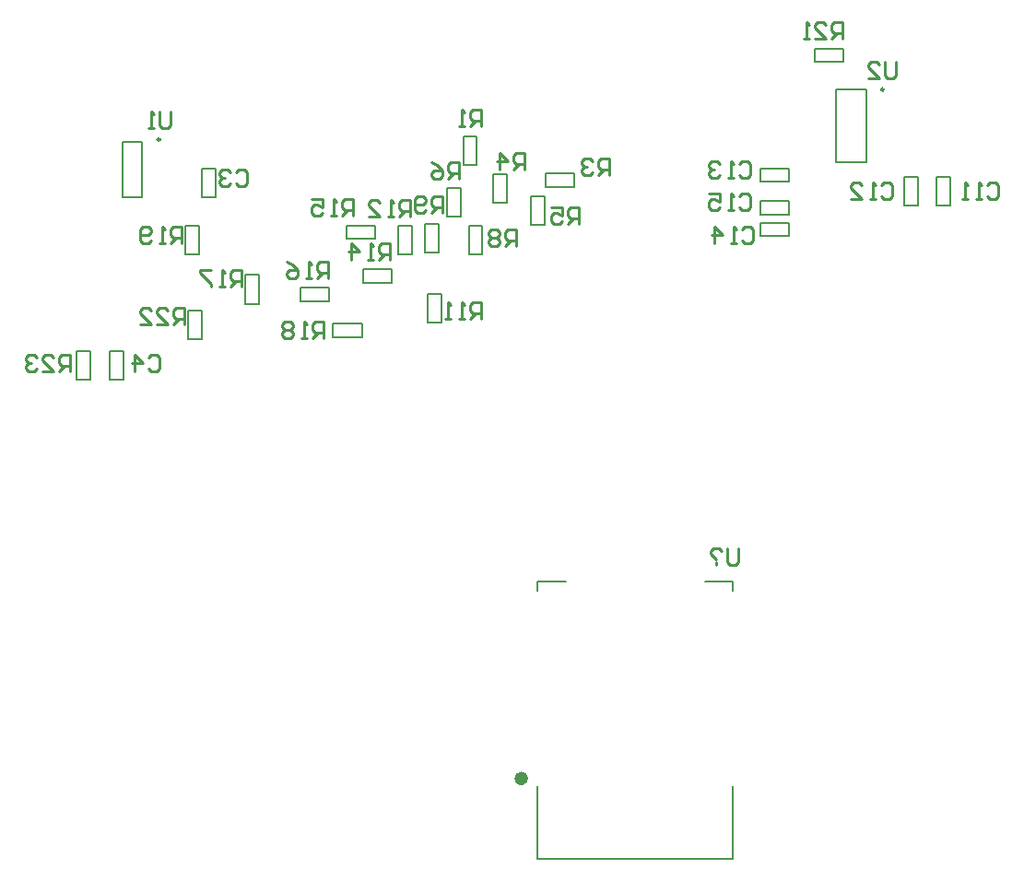
<source format=gbo>
G04 Layer_Color=32896*
%FSLAX44Y44*%
%MOMM*%
G71*
G01*
G75*
%ADD19C,0.2540*%
%ADD45C,0.2000*%
%ADD47C,0.2500*%
%ADD76C,0.7500*%
D19*
X661444Y296695D02*
Y283999D01*
X658905Y281460D01*
X653827D01*
X651287Y283999D01*
Y296695D01*
X646209Y294156D02*
X643670Y296695D01*
X638591D01*
X636052Y294156D01*
Y291617D01*
X641131Y286538D01*
Y283999D02*
Y281460D01*
X140142Y697921D02*
Y685225D01*
X137603Y682686D01*
X132524D01*
X129985Y685225D01*
Y697921D01*
X124907Y682686D02*
X119829D01*
X122368D01*
Y697921D01*
X124907Y695382D01*
X806090Y744009D02*
Y731313D01*
X803551Y728774D01*
X798473D01*
X795933Y731313D01*
Y744009D01*
X780698Y728774D02*
X790855D01*
X780698Y738931D01*
Y741470D01*
X783237Y744009D01*
X788316D01*
X790855Y741470D01*
X199843Y642696D02*
X202383Y645235D01*
X207461D01*
X210000Y642696D01*
Y632539D01*
X207461Y630000D01*
X202383D01*
X199843Y632539D01*
X194765Y642696D02*
X192226Y645235D01*
X187147D01*
X184608Y642696D01*
Y640157D01*
X187147Y637617D01*
X189687D01*
X187147D01*
X184608Y635078D01*
Y632539D01*
X187147Y630000D01*
X192226D01*
X194765Y632539D01*
X119843Y472696D02*
X122382Y475235D01*
X127461D01*
X130000Y472696D01*
Y462539D01*
X127461Y460000D01*
X122382D01*
X119843Y462539D01*
X107147Y460000D02*
Y475235D01*
X114765Y467617D01*
X104608D01*
X889843Y630196D02*
X892383Y632735D01*
X897461D01*
X900000Y630196D01*
Y620039D01*
X897461Y617500D01*
X892383D01*
X889843Y620039D01*
X884765Y617500D02*
X879687D01*
X882226D01*
Y632735D01*
X884765Y630196D01*
X872069Y617500D02*
X866991D01*
X869530D01*
Y632735D01*
X872069Y630196D01*
X792343D02*
X794883Y632735D01*
X799961D01*
X802500Y630196D01*
Y620039D01*
X799961Y617500D01*
X794883D01*
X792343Y620039D01*
X787265Y617500D02*
X782187D01*
X784726D01*
Y632735D01*
X787265Y630196D01*
X764412Y617500D02*
X774569D01*
X764412Y627657D01*
Y630196D01*
X766952Y632735D01*
X772030D01*
X774569Y630196D01*
X662343Y650196D02*
X664883Y652735D01*
X669961D01*
X672500Y650196D01*
Y640039D01*
X669961Y637500D01*
X664883D01*
X662343Y640039D01*
X657265Y637500D02*
X652187D01*
X654726D01*
Y652735D01*
X657265Y650196D01*
X644569D02*
X642030Y652735D01*
X636951D01*
X634412Y650196D01*
Y647657D01*
X636951Y645117D01*
X639491D01*
X636951D01*
X634412Y642578D01*
Y640039D01*
X636951Y637500D01*
X642030D01*
X644569Y640039D01*
X664843Y590196D02*
X667383Y592735D01*
X672461D01*
X675000Y590196D01*
Y580039D01*
X672461Y577500D01*
X667383D01*
X664843Y580039D01*
X659765Y577500D02*
X654687D01*
X657226D01*
Y592735D01*
X659765Y590196D01*
X639451Y577500D02*
Y592735D01*
X647069Y585117D01*
X636912D01*
X662343Y620196D02*
X664883Y622735D01*
X669961D01*
X672500Y620196D01*
Y610039D01*
X669961Y607500D01*
X664883D01*
X662343Y610039D01*
X657265Y607500D02*
X652187D01*
X654726D01*
Y622735D01*
X657265Y620196D01*
X634412Y622735D02*
X644569D01*
Y615117D01*
X639491Y617657D01*
X636951D01*
X634412Y615117D01*
Y610039D01*
X636951Y607500D01*
X642030D01*
X644569Y610039D01*
X425000Y685000D02*
Y700235D01*
X417383D01*
X414843Y697696D01*
Y692617D01*
X417383Y690078D01*
X425000D01*
X419922D02*
X414843Y685000D01*
X409765D02*
X404687D01*
X407226D01*
Y700235D01*
X409765Y697696D01*
X542500Y640000D02*
Y655235D01*
X534883D01*
X532343Y652696D01*
Y647617D01*
X534883Y645078D01*
X542500D01*
X537422D02*
X532343Y640000D01*
X527265Y652696D02*
X524726Y655235D01*
X519647D01*
X517108Y652696D01*
Y650157D01*
X519647Y647617D01*
X522187D01*
X519647D01*
X517108Y645078D01*
Y642539D01*
X519647Y640000D01*
X524726D01*
X527265Y642539D01*
X465000Y645000D02*
Y660235D01*
X457383D01*
X454843Y657696D01*
Y652617D01*
X457383Y650078D01*
X465000D01*
X459922D02*
X454843Y645000D01*
X442147D02*
Y660235D01*
X449765Y652617D01*
X439608D01*
X515000Y595000D02*
Y610235D01*
X507383D01*
X504843Y607696D01*
Y602617D01*
X507383Y600078D01*
X515000D01*
X509922D02*
X504843Y595000D01*
X489608Y610235D02*
X499765D01*
Y602617D01*
X494687Y605157D01*
X492147D01*
X489608Y602617D01*
Y597539D01*
X492147Y595000D01*
X497226D01*
X499765Y597539D01*
X404796Y636942D02*
Y652177D01*
X397178D01*
X394639Y649638D01*
Y644559D01*
X397178Y642020D01*
X404796D01*
X399718D02*
X394639Y636942D01*
X379404Y652177D02*
X384483Y649638D01*
X389561Y644559D01*
Y639481D01*
X387022Y636942D01*
X381943D01*
X379404Y639481D01*
Y642020D01*
X381943Y644559D01*
X389561D01*
X457500Y575000D02*
Y590235D01*
X449883D01*
X447343Y587696D01*
Y582617D01*
X449883Y580078D01*
X457500D01*
X452422D02*
X447343Y575000D01*
X442265Y587696D02*
X439726Y590235D01*
X434647D01*
X432108Y587696D01*
Y585157D01*
X434647Y582617D01*
X432108Y580078D01*
Y577539D01*
X434647Y575000D01*
X439726D01*
X442265Y577539D01*
Y580078D01*
X439726Y582617D01*
X442265Y585157D01*
Y587696D01*
X439726Y582617D02*
X434647D01*
X390000Y605000D02*
Y620235D01*
X382383D01*
X379843Y617696D01*
Y612617D01*
X382383Y610078D01*
X390000D01*
X384922D02*
X379843Y605000D01*
X374765Y607539D02*
X372226Y605000D01*
X367147D01*
X364608Y607539D01*
Y617696D01*
X367147Y620235D01*
X372226D01*
X374765Y617696D01*
Y615157D01*
X372226Y612617D01*
X364608D01*
X425000Y507500D02*
Y522735D01*
X417383D01*
X414843Y520196D01*
Y515117D01*
X417383Y512578D01*
X425000D01*
X419922D02*
X414843Y507500D01*
X409765D02*
X404687D01*
X407226D01*
Y522735D01*
X409765Y520196D01*
X397069Y507500D02*
X391991D01*
X394530D01*
Y522735D01*
X397069Y520196D01*
X359692Y601848D02*
Y617083D01*
X352075D01*
X349535Y614544D01*
Y609466D01*
X352075Y606926D01*
X359692D01*
X354614D02*
X349535Y601848D01*
X344457D02*
X339379D01*
X341918D01*
Y617083D01*
X344457Y614544D01*
X321604Y601848D02*
X331761D01*
X321604Y612005D01*
Y614544D01*
X324143Y617083D01*
X329222D01*
X331761Y614544D01*
X341684Y562344D02*
Y577579D01*
X334067D01*
X331527Y575040D01*
Y569962D01*
X334067Y567422D01*
X341684D01*
X336606D02*
X331527Y562344D01*
X326449D02*
X321371D01*
X323910D01*
Y577579D01*
X326449Y575040D01*
X306136Y562344D02*
Y577579D01*
X313753Y569962D01*
X303596D01*
X307500Y602500D02*
Y617735D01*
X299883D01*
X297343Y615196D01*
Y610117D01*
X299883Y607578D01*
X307500D01*
X302422D02*
X297343Y602500D01*
X292265D02*
X287187D01*
X289726D01*
Y617735D01*
X292265Y615196D01*
X269412Y617735D02*
X279569D01*
Y610117D01*
X274491Y612657D01*
X271952D01*
X269412Y610117D01*
Y605039D01*
X271952Y602500D01*
X277030D01*
X279569Y605039D01*
X284334Y544804D02*
Y560039D01*
X276716D01*
X274177Y557500D01*
Y552422D01*
X276716Y549882D01*
X284334D01*
X279256D02*
X274177Y544804D01*
X269099D02*
X264021D01*
X266560D01*
Y560039D01*
X269099Y557500D01*
X246246Y560039D02*
X251325Y557500D01*
X256403Y552422D01*
Y547343D01*
X253864Y544804D01*
X248785D01*
X246246Y547343D01*
Y549882D01*
X248785Y552422D01*
X256403D01*
X205000Y537500D02*
Y552735D01*
X197383D01*
X194843Y550196D01*
Y545117D01*
X197383Y542578D01*
X205000D01*
X199922D02*
X194843Y537500D01*
X189765D02*
X184687D01*
X187226D01*
Y552735D01*
X189765Y550196D01*
X177069Y552735D02*
X166912D01*
Y550196D01*
X177069Y540039D01*
Y537500D01*
X280000Y490000D02*
Y505235D01*
X272383D01*
X269843Y502696D01*
Y497617D01*
X272383Y495078D01*
X280000D01*
X274922D02*
X269843Y490000D01*
X264765D02*
X259687D01*
X262226D01*
Y505235D01*
X264765Y502696D01*
X252069D02*
X249530Y505235D01*
X244452D01*
X241912Y502696D01*
Y500157D01*
X244452Y497617D01*
X241912Y495078D01*
Y492539D01*
X244452Y490000D01*
X249530D01*
X252069Y492539D01*
Y495078D01*
X249530Y497617D01*
X252069Y500157D01*
Y502696D01*
X249530Y497617D02*
X244452D01*
X150000Y577500D02*
Y592735D01*
X142382D01*
X139843Y590196D01*
Y585117D01*
X142382Y582578D01*
X150000D01*
X144922D02*
X139843Y577500D01*
X134765D02*
X129687D01*
X132226D01*
Y592735D01*
X134765Y590196D01*
X122069Y580039D02*
X119530Y577500D01*
X114452D01*
X111912Y580039D01*
Y590196D01*
X114452Y592735D01*
X119530D01*
X122069Y590196D01*
Y587657D01*
X119530Y585117D01*
X111912D01*
X756680Y764982D02*
Y780217D01*
X749062D01*
X746523Y777678D01*
Y772599D01*
X749062Y770060D01*
X756680D01*
X751602D02*
X746523Y764982D01*
X731288D02*
X741445D01*
X731288Y775139D01*
Y777678D01*
X733827Y780217D01*
X738906D01*
X741445Y777678D01*
X726210Y764982D02*
X721132D01*
X723671D01*
Y780217D01*
X726210Y777678D01*
X152500Y502500D02*
Y517735D01*
X144882D01*
X142343Y515196D01*
Y510117D01*
X144882Y507578D01*
X152500D01*
X147422D02*
X142343Y502500D01*
X127108D02*
X137265D01*
X127108Y512657D01*
Y515196D01*
X129647Y517735D01*
X134726D01*
X137265Y515196D01*
X111873Y502500D02*
X122030D01*
X111873Y512657D01*
Y515196D01*
X114412Y517735D01*
X119491D01*
X122030Y515196D01*
X47500Y460000D02*
Y475235D01*
X39883D01*
X37343Y472696D01*
Y467617D01*
X39883Y465078D01*
X47500D01*
X42422D02*
X37343Y460000D01*
X22108D02*
X32265D01*
X22108Y470157D01*
Y472696D01*
X24647Y475235D01*
X29726D01*
X32265Y472696D01*
X17030D02*
X14491Y475235D01*
X9412D01*
X6873Y472696D01*
Y470157D01*
X9412Y467617D01*
X11952D01*
X9412D01*
X6873Y465078D01*
Y462539D01*
X9412Y460000D01*
X14491D01*
X17030Y462539D01*
D45*
X393750Y601750D02*
X406250D01*
X393750Y628250D02*
X406250D01*
Y601750D02*
Y628250D01*
X393750Y601750D02*
Y628250D01*
X348750Y593250D02*
X361250D01*
X348750Y566750D02*
X361250D01*
X348750D02*
Y593250D01*
X361250Y566750D02*
Y593250D01*
X316750Y541250D02*
Y553750D01*
X343250Y541250D02*
Y553750D01*
X316750Y541250D02*
X343250D01*
X316750Y553750D02*
X343250D01*
X259250Y523750D02*
Y536250D01*
X285750Y523750D02*
Y536250D01*
X259250Y523750D02*
X285750D01*
X259250Y536250D02*
X285750D01*
X751000Y651500D02*
X779000D01*
X751000Y718500D02*
X779000D01*
X751000Y651500D02*
Y718500D01*
X779000Y651500D02*
Y718500D01*
X656650Y11650D02*
Y78650D01*
X630650Y266650D02*
X656650D01*
Y257650D02*
Y266650D01*
X476650D02*
X502650D01*
X476650Y257650D02*
Y266650D01*
Y11650D02*
Y78650D01*
Y11650D02*
X656650D01*
X114000Y620000D02*
Y670000D01*
X96000Y620000D02*
Y670000D01*
X114000D01*
X96000Y620000D02*
X114000D01*
X758250Y743750D02*
Y756250D01*
X731750Y743750D02*
Y756250D01*
X758250D01*
X731750Y743750D02*
X758250D01*
X168750Y619250D02*
X181250D01*
X168750Y645750D02*
X181250D01*
Y619250D02*
Y645750D01*
X168750Y619250D02*
Y645750D01*
X153750Y566750D02*
X166250D01*
X153750Y593250D02*
X166250D01*
Y566750D02*
Y593250D01*
X153750Y566750D02*
Y593250D01*
X156250Y515750D02*
X168750D01*
X156250Y489250D02*
X168750D01*
X156250D02*
Y515750D01*
X168750Y489250D02*
Y515750D01*
X208750Y548250D02*
X221250D01*
X208750Y521750D02*
X221250D01*
X208750D02*
Y548250D01*
X221250Y521750D02*
Y548250D01*
X83750Y478250D02*
X96250D01*
X83750Y451750D02*
X96250D01*
X83750D02*
Y478250D01*
X96250Y451750D02*
Y478250D01*
X53750Y451750D02*
X66250D01*
X53750Y478250D02*
X66250D01*
Y451750D02*
Y478250D01*
X53750Y451750D02*
Y478250D01*
X289250Y491250D02*
Y503750D01*
X315750Y491250D02*
Y503750D01*
X289250Y491250D02*
X315750D01*
X289250Y503750D02*
X315750D01*
X376250Y530750D02*
X388750D01*
X376250Y504250D02*
X388750D01*
X376250D02*
Y530750D01*
X388750Y504250D02*
Y530750D01*
X471250Y620750D02*
X483750D01*
X471250Y594250D02*
X483750D01*
X471250D02*
Y620750D01*
X483750Y594250D02*
Y620750D01*
X484250Y628750D02*
Y641250D01*
X510750Y628750D02*
Y641250D01*
X484250Y628750D02*
X510750D01*
X484250Y641250D02*
X510750D01*
X436250Y614250D02*
X448750D01*
X436250Y640750D02*
X448750D01*
Y614250D02*
Y640750D01*
X436250Y614250D02*
Y640750D01*
X408750Y675750D02*
X421250D01*
X408750Y649250D02*
X421250D01*
X408750D02*
Y675750D01*
X421250Y649250D02*
Y675750D01*
X413750Y593250D02*
X426250D01*
X413750Y566750D02*
X426250D01*
X413750D02*
Y593250D01*
X426250Y566750D02*
Y593250D01*
X301250Y581250D02*
Y593750D01*
X327750Y581250D02*
Y593750D01*
X301250Y581250D02*
X327750D01*
X301250Y593750D02*
X327750D01*
X373750Y568750D02*
X386250D01*
X373750Y595250D02*
X386250D01*
Y568750D02*
Y595250D01*
X373750Y568750D02*
Y595250D01*
X708250Y583750D02*
Y596250D01*
X681750Y583750D02*
Y596250D01*
X708250D01*
X681750Y583750D02*
X708250D01*
Y603750D02*
Y616250D01*
X681750Y603750D02*
Y616250D01*
X708250D01*
X681750Y603750D02*
X708250D01*
Y633750D02*
Y646250D01*
X681750Y633750D02*
Y646250D01*
X708250D01*
X681750Y633750D02*
X708250D01*
X843750Y611750D02*
X856250D01*
X843750Y638250D02*
X856250D01*
Y611750D02*
Y638250D01*
X843750Y611750D02*
Y638250D01*
X813750Y611750D02*
X826250D01*
X813750Y638250D02*
X826250D01*
Y611750D02*
Y638250D01*
X813750Y611750D02*
Y638250D01*
D47*
X795250Y718500D02*
G03*
X795250Y718500I-1250J0D01*
G01*
X130250Y672550D02*
G03*
X130250Y672550I-1250J0D01*
G01*
D76*
X464502Y85450D02*
G03*
X464502Y85450I-2500J0D01*
G01*
M02*

</source>
